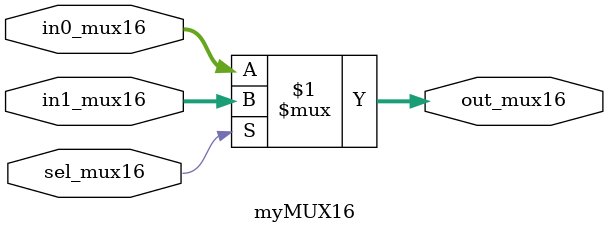
<source format=v>
module myMUX16 (in0_mux16, in1_mux16, sel_mux16, out_mux16);
  input [15:0] in0_mux16, in1_mux16;
  input sel_mux16;
  output [15:0] out_mux16;
  
  assign out_mux16 = sel_mux16 ? in1_mux16 : in0_mux16;
endmodule

</source>
